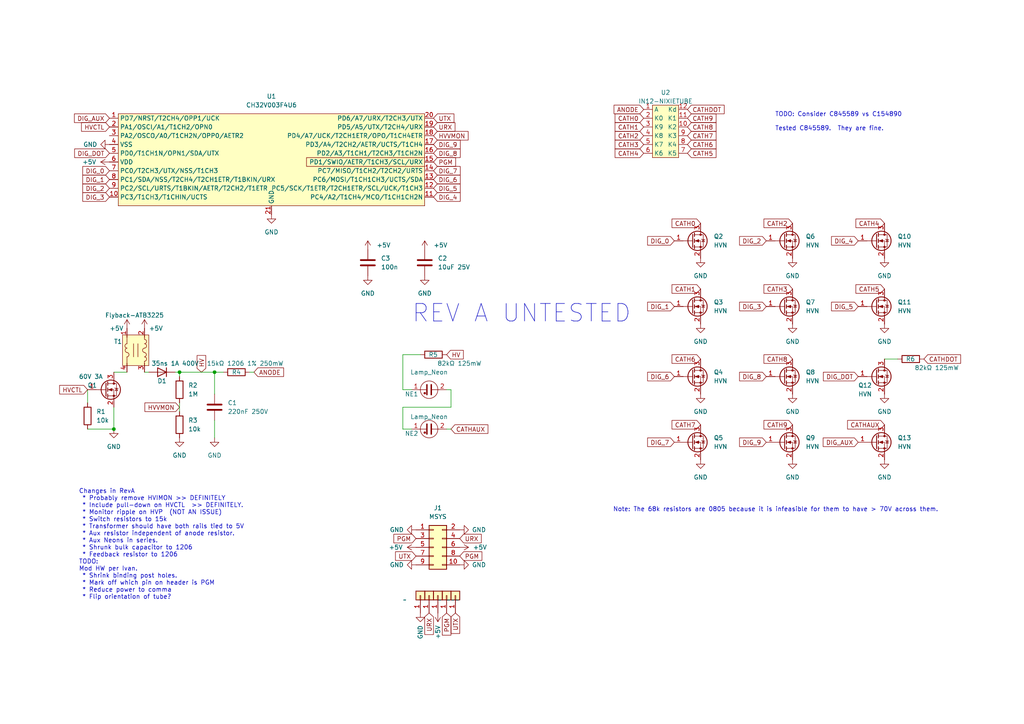
<source format=kicad_sch>
(kicad_sch (version 20211123) (generator eeschema)
  (paper "A4")
  (lib_symbols
    (symbol "CH32V003F4U6:CH32V003F4U6"
      (property "Reference" "U" (at 0 0 0))
      (property "Value" "CH32V003F4U6" (at 0 3.81 0))
      (symbol "CH32V003F4U6_0_1"
        (rectangle (start -44.45 12.7) (end 44.45 -13.97) (fill (type background)))
        (rectangle (start 10.16 0) (end 44.45 -2.54) (fill (type background)))
      )
      (symbol "CH32V003F4U6_1_1"
        (pin bidirectional line (at -46.99 11.43 0) (length 2.54) (name "PD7/NRST/T2CH4/OPP1/UCK") (number "1"))
        (pin bidirectional line (at -46.99 -11.43 0) (length 2.54) (name "PC3/T1CH3/T1CHIN/UCTS") (number "10"))
        (pin bidirectional line (at 46.99 -11.43 180) (length 2.54) (name "PC4/A2/T1CH4/MCO/T1CH1CH2N") (number "11"))
        (pin bidirectional line (at 46.99 -8.89 180) (length 2.54) (name "PC5/SCK/T1ETR/T2CH1ETR/SCL/UCK/T1CH3") (number "12"))
        (pin bidirectional line (at 46.99 -6.35 180) (length 2.54) (name "PC6/MOSI/T1CH1CH3/UCTS/SDA") (number "13"))
        (pin bidirectional line (at 46.99 -3.81 180) (length 2.54) (name "PC7/MISO/T1CH2/T2CH2/URTS") (number "14"))
        (pin bidirectional line (at 46.99 -1.27 180) (length 2.54) (name "PD1/SWIO/AETR/T1CH3/SCL/URX") (number "15"))
        (pin bidirectional line (at 46.99 1.27 180) (length 2.54) (name "PD2/A3/T1CH1/T2CH3/T1CH2N") (number "16"))
        (pin bidirectional line (at 46.99 3.81 180) (length 2.54) (name "PD3/A4/T2CH2/AETR/UCTS/T1CH4") (number "17"))
        (pin bidirectional line (at 46.99 6.35 180) (length 2.54) (name "PD4/A7/UCK/T2CH1ETR/OPO/T1CH4ETR") (number "18"))
        (pin bidirectional line (at 46.99 8.89 180) (length 2.54) (name "PD5/A5/UTX/T2CH4/URX") (number "19"))
        (pin bidirectional line (at -46.99 8.89 0) (length 2.54) (name "PA1/OSCI/A1/T1CH2/OPN0") (number "2"))
        (pin bidirectional line (at 46.99 11.43 180) (length 2.54) (name "PD6/A7/URX/T2CH3/UTX") (number "20"))
        (pin bidirectional line (at 0 -16.51 90) (length 2.54) (name "GND") (number "21"))
        (pin bidirectional line (at -46.99 6.35 0) (length 2.54) (name "PA2/OSCO/A0/T1CH2N/OPP0/AETR2") (number "3"))
        (pin bidirectional line (at -46.99 3.81 0) (length 2.54) (name "VSS") (number "4"))
        (pin bidirectional line (at -46.99 1.27 0) (length 2.54) (name "PD0/T1CH1N/OPN1/SDA/UTX") (number "5"))
        (pin bidirectional line (at -46.99 -1.27 0) (length 2.54) (name "VDD") (number "6"))
        (pin bidirectional line (at -46.99 -3.81 0) (length 2.54) (name "PC0/T2CH3/UTX/NSS/T1CH3") (number "7"))
        (pin bidirectional line (at -46.99 -6.35 0) (length 2.54) (name "PC1/SDA/NSS/T2CH4/T2CH1ETR/T1BKIN/URX") (number "8"))
        (pin bidirectional line (at -46.99 -8.89 0) (length 2.54) (name "PC2/SCL/URTS/T1BKIN/AETR/T2CH2/T1ETR") (number "9"))
      )
    )
    (symbol "Connector_Generic:Conn_01x01" (pin_names (offset 1.016) hide)
      (property "Reference" "J" (at 0 2.54 0))
      (property "Value" "Conn_01x01" (at 0 -2.54 0))
      (symbol "Conn_01x01_1_1"
        (rectangle (start -1.27 0.127) (end 0 -0.127) (stroke (width 0.1524)))
        (rectangle (start -1.27 1.27) (end 1.27 -1.27) (stroke (width 0.254)) (fill (type background)))
        (pin passive line (at -5.08 0 0) (length 3.81) (name "Pin_1") (number "1"))
      )
    )
    (symbol "Connector_Generic:Conn_02x05_Odd_Even" (pin_names (offset 1.016) hide)
      (property "Reference" "J" (at 1.27 7.62 0))
      (property "Value" "Conn_02x05_Odd_Even" (at 1.27 -7.62 0))
      (symbol "Conn_02x05_Odd_Even_1_1"
        (rectangle (start -1.27 -4.953) (end 0 -5.207) (stroke (width 0.1524)))
        (rectangle (start -1.27 -2.413) (end 0 -2.667) (stroke (width 0.1524)))
        (rectangle (start -1.27 0.127) (end 0 -0.127) (stroke (width 0.1524)))
        (rectangle (start -1.27 2.667) (end 0 2.413) (stroke (width 0.1524)))
        (rectangle (start -1.27 5.207) (end 0 4.953) (stroke (width 0.1524)))
        (rectangle (start -1.27 6.35) (end 3.81 -6.35) (stroke (width 0.254)) (fill (type background)))
        (rectangle (start 3.81 -4.953) (end 2.54 -5.207) (stroke (width 0.1524)))
        (rectangle (start 3.81 -2.413) (end 2.54 -2.667) (stroke (width 0.1524)))
        (rectangle (start 3.81 0.127) (end 2.54 -0.127) (stroke (width 0.1524)))
        (rectangle (start 3.81 2.667) (end 2.54 2.413) (stroke (width 0.1524)))
        (rectangle (start 3.81 5.207) (end 2.54 4.953) (stroke (width 0.1524)))
        (pin passive line (at -5.08 5.08 0) (length 3.81) (name "Pin_1") (number "1"))
        (pin passive line (at 7.62 -5.08 180) (length 3.81) (name "Pin_10") (number "10"))
        (pin passive line (at 7.62 5.08 180) (length 3.81) (name "Pin_2") (number "2"))
        (pin passive line (at -5.08 2.54 0) (length 3.81) (name "Pin_3") (number "3"))
        (pin passive line (at 7.62 2.54 180) (length 3.81) (name "Pin_4") (number "4"))
        (pin passive line (at -5.08 0 0) (length 3.81) (name "Pin_5") (number "5"))
        (pin passive line (at 7.62 0 180) (length 3.81) (name "Pin_6") (number "6"))
        (pin passive line (at -5.08 -2.54 0) (length 3.81) (name "Pin_7") (number "7"))
        (pin passive line (at 7.62 -2.54 180) (length 3.81) (name "Pin_8") (number "8"))
        (pin passive line (at -5.08 -5.08 0) (length 3.81) (name "Pin_9") (number "9"))
      )
    )
    (symbol "Device:C" (pin_numbers hide) (pin_names (offset 0.254))
      (property "Reference" "C" (at 0.635 2.54 0))
      (property "Value" "C" (at 0.635 -2.54 0))
      (symbol "C_0_1"
        (polyline (pts (xy -2.032 -0.762) (xy 2.032 -0.762)) (stroke (width 0.508)))
        (polyline (pts (xy -2.032 0.762) (xy 2.032 0.762)) (stroke (width 0.508)))
      )
      (symbol "C_1_1"
        (pin passive line (at 0 3.81 270) (length 2.794) (name "~") (number "1"))
        (pin passive line (at 0 -3.81 90) (length 2.794) (name "~") (number "2"))
      )
    )
    (symbol "Device:D" (pin_numbers hide) (pin_names (offset 1.016) hide)
      (property "Reference" "D" (at 0 2.54 0))
      (property "Value" "D" (at 0 -2.54 0))
      (symbol "D_0_1"
        (polyline (pts (xy -1.27 1.27) (xy -1.27 -1.27)) (stroke (width 0.254)))
        (polyline (pts (xy 1.27 0) (xy -1.27 0)))
        (polyline (pts (xy 1.27 1.27) (xy 1.27 -1.27) (xy -1.27 0) (xy 1.27 1.27)) (stroke (width 0.254)))
      )
      (symbol "D_1_1"
        (pin passive line (at -3.81 0 0) (length 2.54) (name "K") (number "1"))
        (pin passive line (at 3.81 0 180) (length 2.54) (name "A") (number "2"))
      )
    )
    (symbol "Device:Lamp_Neon" (pin_names (offset 0.0254) hide)
      (property "Reference" "NE" (at 0.635 3.81 0))
      (property "Value" "Lamp_Neon" (at 0.635 -3.81 0))
      (symbol "Lamp_Neon_0_1"
        (rectangle (start -1.524 -0.508) (end 1.524 -0.762) (fill (type outline)))
        (rectangle (start -1.524 0.762) (end 1.524 0.508) (fill (type outline)))
        (polyline (pts (xy 0 -2.54) (xy 0 -0.762)))
        (polyline (pts (xy 0 0.762) (xy 0 2.54)))
        (circle (center 0 0) (radius 2.54))
        (circle (center 1.016 -1.27) (radius 0.254) (fill (type outline)))
      )
      (symbol "Lamp_Neon_1_1"
        (pin passive line (at 0 -5.08 90) (length 2.54) (name "~") (number "1"))
        (pin passive line (at 0 5.08 270) (length 2.54) (name "~") (number "2"))
      )
    )
    (symbol "Device:Q_NMOS_GSD" (pin_names (offset 0) hide)
      (property "Reference" "Q" (at 5.08 1.27 0))
      (property "Value" "Q_NMOS_GSD" (at 5.08 -1.27 0))
      (symbol "Q_NMOS_GSD_0_1"
        (polyline (pts (xy 0.254 0) (xy -2.54 0)))
        (polyline (pts (xy 0.254 1.905) (xy 0.254 -1.905)) (stroke (width 0.254)))
        (polyline (pts (xy 0.762 -1.27) (xy 0.762 -2.286)) (stroke (width 0.254)))
        (polyline (pts (xy 0.762 0.508) (xy 0.762 -0.508)) (stroke (width 0.254)))
        (polyline (pts (xy 0.762 2.286) (xy 0.762 1.27)) (stroke (width 0.254)))
        (polyline (pts (xy 2.54 2.54) (xy 2.54 1.778)))
        (polyline (pts (xy 2.54 -2.54) (xy 2.54 0) (xy 0.762 0)))
        (polyline (pts (xy 0.762 -1.778) (xy 3.302 -1.778) (xy 3.302 1.778) (xy 0.762 1.778)))
        (polyline (pts (xy 1.016 0) (xy 2.032 0.381) (xy 2.032 -0.381) (xy 1.016 0)) (fill (type outline)))
        (polyline (pts (xy 2.794 0.508) (xy 2.921 0.381) (xy 3.683 0.381) (xy 3.81 0.254)))
        (polyline (pts (xy 3.302 0.381) (xy 2.921 -0.254) (xy 3.683 -0.254) (xy 3.302 0.381)))
        (circle (center 1.651 0) (radius 2.794) (stroke (width 0.254)))
        (circle (center 2.54 -1.778) (radius 0.254) (fill (type outline)))
        (circle (center 2.54 1.778) (radius 0.254) (fill (type outline)))
      )
      (symbol "Q_NMOS_GSD_1_1"
        (pin input line (at -5.08 0 0) (length 2.54) (name "G") (number "1"))
        (pin passive line (at 2.54 -5.08 90) (length 2.54) (name "S") (number "2"))
        (pin passive line (at 2.54 5.08 270) (length 2.54) (name "D") (number "3"))
      )
    )
    (symbol "Device:R" (pin_numbers hide) (pin_names (offset 0))
      (property "Reference" "R" (at 2.032 0 90))
      (property "Value" "R" (at 0 0 90))
      (symbol "R_0_1"
        (rectangle (start -1.016 -2.54) (end 1.016 2.54) (stroke (width 0.254)))
      )
      (symbol "R_1_1"
        (pin passive line (at 0 3.81 270) (length 1.27) (name "~") (number "1"))
        (pin passive line (at 0 -3.81 90) (length 1.27) (name "~") (number "2"))
      )
    )
    (symbol "Flyback-ATB3225:Flyback-ATB3225"
      (property "Reference" "T" (at 0 4.445 0))
      (property "Value" "Flyback-ATB3225" (at 0 -7.62 0))
      (symbol "Flyback-ATB3225_0_1"
        (rectangle (start -4.445 3.81) (end 4.445 -3.81) (fill (type background)))
        (arc (start -1.905 -2.54) (mid -1.27 -3.2097) (end -0.635 -2.54))
        (arc (start -1.905 2.54) (mid -2.54 3.2007) (end -3.175 2.54))
        (arc (start -0.635 -2.54) (mid 0 -3.292) (end 0.635 -2.54))
        (arc (start -0.635 2.54) (mid -1.27 3.2007) (end -1.905 2.54))
        (arc (start -0.635 2.54) (mid 0 1.9798) (end 0.635 2.54))
        (polyline (pts (xy -3.81 -2.54) (xy -1.905 -2.54)))
        (polyline (pts (xy -3.81 2.54) (xy -3.175 2.54)))
        (polyline (pts (xy -1.905 -0.635) (xy 1.905 -0.635)))
        (polyline (pts (xy 1.905 0.635) (xy -1.905 0.635)))
        (polyline (pts (xy 3.81 -2.54) (xy 1.905 -2.54)))
        (polyline (pts (xy 3.81 2.54) (xy 3.175 2.54)))
        (arc (start 1.905 -2.54) (mid 1.27 -1.9498) (end 0.635 -2.54))
        (arc (start 1.905 2.54) (mid 1.27 3.311) (end 0.635 2.54))
        (arc (start 3.175 2.54) (mid 2.54 3.2007) (end 1.905 2.54))
      )
      (symbol "Flyback-ATB3225_1_1"
        (pin bidirectional line (at -6.35 -2.54 0) (length 2.54) (name "") (number "1"))
        (pin bidirectional line (at -6.35 2.54 0) (length 2.54) (name "") (number "2"))
        (pin bidirectional line (at 6.35 2.54 180) (length 2.54) (name "") (number "3"))
        (pin bidirectional line (at 6.35 -2.54 180) (length 2.54) (name "") (number "4"))
      )
    )
    (symbol "IN12-NIXIETUBE:IN12-NIXIETUBE"
      (property "Reference" "U" (at 0 7.62 0))
      (property "Value" "IN12-NIXIETUBE" (at 0 -10.16 0))
      (symbol "IN12-NIXIETUBE_0_1"
        (rectangle (start -3.81 6.35) (end 3.81 -8.89) (stroke (width 0.1524)) (fill (type background)))
      )
      (symbol "IN12-NIXIETUBE_1_1"
        (pin input line (at -6.35 5.08 0) (length 2.54) (name "A") (number "1"))
        (pin input line (at 6.35 0 180) (length 2.54) (name "K2") (number "10"))
        (pin input line (at 6.35 2.54 180) (length 2.54) (name "K1") (number "11"))
        (pin input line (at 6.35 5.08 180) (length 2.54) (name "Kd") (number "12"))
        (pin input line (at -6.35 2.54 0) (length 2.54) (name "K0") (number "2"))
        (pin input line (at -6.35 0 0) (length 2.54) (name "K9") (number "3"))
        (pin input line (at -6.35 -2.54 0) (length 2.54) (name "K8") (number "4"))
        (pin input line (at -6.35 -5.08 0) (length 2.54) (name "K7") (number "5"))
        (pin input line (at -6.35 -7.62 0) (length 2.54) (name "K6") (number "6"))
        (pin input line (at 6.35 -7.62 180) (length 2.54) (name "K5") (number "7"))
        (pin input line (at 6.35 -5.08 180) (length 2.54) (name "K4") (number "8"))
        (pin input line (at 6.35 -2.54 180) (length 2.54) (name "K3") (number "9"))
      )
    )
    (symbol "power:+5V" (power) (pin_names (offset 0))
      (property "Value" "+5V" (at 0 3.556 0))
      (symbol "+5V_0_1"
        (polyline (pts (xy -0.762 1.27) (xy 0 2.54)))
        (polyline (pts (xy 0 0) (xy 0 2.54)))
        (polyline (pts (xy 0 2.54) (xy 0.762 1.27)))
      )
      (symbol "+5V_1_1"
        (pin power_in line (at 0 0 90) (length 0) hide (name "+5V") (number "1"))
      )
    )
    (symbol "power:GND" (power) (pin_names (offset 0))
      (property "Value" "GND" (at 0 -3.81 0))
      (symbol "GND_0_1"
        (polyline (pts (xy 0 0) (xy 0 -1.27) (xy 1.27 -1.27) (xy 0 -2.54) (xy -1.27 -1.27) (xy 0 -1.27)))
      )
      (symbol "GND_1_1"
        (pin power_in line (at 0 0 270) (length 0) hide (name "GND") (number "1"))
      )
    )
  )
  (junction (at 62.23 107.95))
  (junction (at 33.02 124.46))
  (junction (at 52.07 107.95))
  (wire (pts (xy 25.4 113.03) (xy 25.4 116.84)))
  (wire (pts (xy 52.07 109.22) (xy 52.07 107.95)))
  (wire (pts (xy 62.23 107.95) (xy 62.23 114.3)))
  (wire (pts (xy 256.54 104.14) (xy 260.35 104.14)))
  (wire (pts (xy 119.38 124.46) (xy 116.84 124.46)))
  (wire (pts (xy 43.18 107.95) (xy 41.91 107.95)))
  (wire (pts (xy 116.84 102.87) (xy 121.92 102.87)))
  (wire (pts (xy 33.02 107.95) (xy 36.83 107.95)))
  (wire (pts (xy 52.07 116.84) (xy 52.07 119.38)))
  (wire (pts (xy 62.23 107.95) (xy 64.77 107.95)))
  (wire (pts (xy 129.54 113.03) (xy 130.81 113.03)))
  (wire (pts (xy 130.81 113.03) (xy 130.81 118.11)))
  (wire (pts (xy 33.02 118.11) (xy 33.02 124.46)))
  (wire (pts (xy 130.81 118.11) (xy 116.84 118.11)))
  (wire (pts (xy 62.23 121.92) (xy 62.23 127)))
  (wire (pts (xy 25.4 124.46) (xy 33.02 124.46)))
  (wire (pts (xy 129.54 124.46) (xy 130.81 124.46)))
  (wire (pts (xy 116.84 113.03) (xy 119.38 113.03)))
  (wire (pts (xy 116.84 102.87) (xy 116.84 113.03)))
  (wire (pts (xy 73.66 107.95) (xy 72.39 107.95)))
  (wire (pts (xy 50.8 107.95) (xy 52.07 107.95)))
  (wire (pts (xy 52.07 107.95) (xy 62.23 107.95)))
  (wire (pts (xy 116.84 118.11) (xy 116.84 124.46)))
  (text "TODO: Consider C845589 vs C154890\n\nTested C845589.  They are fine." (at 224.79 38.1 0) (effects (font (size 1.27 1.27)) (justify left bottom)))
  (text "Changes in RevA\n * Probably remove HVIMON >> DEFINITELY\n * Include pull-down on HVCTL  >> DEFINITELY.\n * Monitor ripple on HVP  (NOT AN ISSUE)\n * Switch resistors to 15k\n * Transformer should have both rails tied to 5V \n * Aux resistor independent of anode resistor.\n * Aux Neons in series.\n * Shrunk bulk capacitor to 1206\n * Feedback resistor to 1206\nTODO:\nMod HW per Ivan.\n * Shrink binding post holes.\n * Mark off which pin on header is PGM\n * Reduce power to comma\n * Flip orientation of tube?" (at 22.86 173.99 0) (effects (font (size 1.27 1.27)) (justify left bottom)))
  (text "REV A UNTESTED" (at 119.38 93.98 0) (effects (font (size 5.08 5.08)) (justify left bottom)))
  (text "Note: The 68k resistors are 0805 because it is infeasible for them to have > 70V across them." (at 177.8 148.59 0) (effects (font (size 1.27 1.27)) (justify left bottom)))
  (global_label "DIG_1" (shape input) (at 31.75 52.07 180) (property "Intersheet References" "${INTERSHEET_REFS}" (effects hide)))
  (global_label "CATH8" (shape input) (at 199.39 36.83 0) (property "Intersheet References" "${INTERSHEET_REFS}" (effects hide)))
  (global_label "CATHAUX" (shape input) (at 130.81 124.46 0) (property "Intersheet References" "${INTERSHEET_REFS}" (effects hide)))
  (global_label "DIG_3" (shape input) (at 222.25 88.9 180) (property "Intersheet References" "${INTERSHEET_REFS}" (effects hide)))
  (global_label "CATH1" (shape input) (at 203.2 83.82 180) (property "Intersheet References" "${INTERSHEET_REFS}" (effects hide)))
  (global_label "CATH6" (shape input) (at 199.39 41.91 0) (property "Intersheet References" "${INTERSHEET_REFS}" (effects hide)))
  (global_label "CATHDOT" (shape input) (at 267.97 104.14 0) (property "Intersheet References" "${INTERSHEET_REFS}" (effects hide)))
  (global_label "DIG_0" (shape input) (at 195.58 69.85 180) (property "Intersheet References" "${INTERSHEET_REFS}" (effects hide)))
  (global_label "DIG_1" (shape input) (at 195.58 88.9 180) (property "Intersheet References" "${INTERSHEET_REFS}" (effects hide)))
  (global_label "DIG_5" (shape input) (at 248.92 88.9 180) (property "Intersheet References" "${INTERSHEET_REFS}" (effects hide)))
  (global_label "HV" (shape input) (at 129.54 102.87 0) (property "Intersheet References" "${INTERSHEET_REFS}" (effects hide)))
  (global_label "HVCTL" (shape input) (at 25.4 113.03 180) (property "Intersheet References" "${INTERSHEET_REFS}" (effects hide)))
  (global_label "CATH7" (shape input) (at 203.2 123.19 180) (property "Intersheet References" "${INTERSHEET_REFS}" (effects hide)))
  (global_label "DIG_7" (shape input) (at 125.73 49.53 0) (property "Intersheet References" "${INTERSHEET_REFS}" (effects hide)))
  (global_label "HVVMON" (shape input) (at 52.07 118.11 180) (property "Intersheet References" "${INTERSHEET_REFS}" (effects hide)))
  (global_label "DIG_7" (shape input) (at 195.58 128.27 180) (property "Intersheet References" "${INTERSHEET_REFS}" (effects hide)))
  (global_label "CATHAUX" (shape input) (at 256.54 123.19 180) (property "Intersheet References" "${INTERSHEET_REFS}" (effects hide)))
  (global_label "DIG_4" (shape input) (at 125.73 57.15 0) (property "Intersheet References" "${INTERSHEET_REFS}" (effects hide)))
  (global_label "URX" (shape input) (at 133.35 156.21 0) (property "Intersheet References" "${INTERSHEET_REFS}" (effects hide)))
  (global_label "HV" (shape input) (at 58.42 107.95 90) (property "Intersheet References" "${INTERSHEET_REFS}" (effects hide)))
  (global_label "CATH0" (shape input) (at 203.2 64.77 180) (property "Intersheet References" "${INTERSHEET_REFS}" (effects hide)))
  (global_label "CATH9" (shape input) (at 199.39 34.29 0) (property "Intersheet References" "${INTERSHEET_REFS}" (effects hide)))
  (global_label "DIG_9" (shape input) (at 222.25 128.27 180) (property "Intersheet References" "${INTERSHEET_REFS}" (effects hide)))
  (global_label "HVVMON" (shape input) (at 125.73 39.37 0) (property "Intersheet References" "${INTERSHEET_REFS}" (effects hide)))
  (global_label "DIG_AUX" (shape input) (at 248.92 128.27 180) (property "Intersheet References" "${INTERSHEET_REFS}" (effects hide)))
  (global_label "UTX" (shape input) (at 132.08 177.8 270) (property "Intersheet References" "${INTERSHEET_REFS}" (effects hide)))
  (global_label "DIG_8" (shape input) (at 125.73 44.45 0) (property "Intersheet References" "${INTERSHEET_REFS}" (effects hide)))
  (global_label "PGM" (shape input) (at 133.35 161.29 0) (property "Intersheet References" "${INTERSHEET_REFS}" (effects hide)))
  (global_label "DIG_3" (shape input) (at 31.75 57.15 180) (property "Intersheet References" "${INTERSHEET_REFS}" (effects hide)))
  (global_label "DIG_8" (shape input) (at 222.25 109.22 180) (property "Intersheet References" "${INTERSHEET_REFS}" (effects hide)))
  (global_label "DIG_2" (shape input) (at 31.75 54.61 180) (property "Intersheet References" "${INTERSHEET_REFS}" (effects hide)))
  (global_label "DIG_6" (shape input) (at 195.58 109.22 180) (property "Intersheet References" "${INTERSHEET_REFS}" (effects hide)))
  (global_label "CATH3" (shape input) (at 229.87 83.82 180) (property "Intersheet References" "${INTERSHEET_REFS}" (effects hide)))
  (global_label "CATHDOT" (shape input) (at 199.39 31.75 0) (property "Intersheet References" "${INTERSHEET_REFS}" (effects hide)))
  (global_label "PGM" (shape input) (at 120.65 156.21 180) (property "Intersheet References" "${INTERSHEET_REFS}" (effects hide)))
  (global_label "DIG_5" (shape input) (at 125.73 54.61 0) (property "Intersheet References" "${INTERSHEET_REFS}" (effects hide)))
  (global_label "ANODE" (shape input) (at 73.66 107.95 0) (property "Intersheet References" "${INTERSHEET_REFS}" (effects hide)))
  (global_label "CATH6" (shape input) (at 203.2 104.14 180) (property "Intersheet References" "${INTERSHEET_REFS}" (effects hide)))
  (global_label "PGM" (shape input) (at 129.54 177.8 270) (property "Intersheet References" "${INTERSHEET_REFS}" (effects hide)))
  (global_label "URX" (shape input) (at 124.46 177.8 270) (property "Intersheet References" "${INTERSHEET_REFS}" (effects hide)))
  (global_label "DIG_DOT" (shape input) (at 248.92 109.22 180) (property "Intersheet References" "${INTERSHEET_REFS}" (effects hide)))
  (global_label "DIG_4" (shape input) (at 248.92 69.85 180) (property "Intersheet References" "${INTERSHEET_REFS}" (effects hide)))
  (global_label "PGM" (shape input) (at 125.73 46.99 0) (property "Intersheet References" "${INTERSHEET_REFS}" (effects hide)))
  (global_label "UTX" (shape input) (at 120.65 161.29 180) (property "Intersheet References" "${INTERSHEET_REFS}" (effects hide)))
  (global_label "CATH2" (shape input) (at 229.87 64.77 180) (property "Intersheet References" "${INTERSHEET_REFS}" (effects hide)))
  (global_label "HVCTL" (shape input) (at 31.75 36.83 180) (property "Intersheet References" "${INTERSHEET_REFS}" (effects hide)))
  (global_label "CATH5" (shape input) (at 256.54 83.82 180) (property "Intersheet References" "${INTERSHEET_REFS}" (effects hide)))
  (global_label "CATH3" (shape input) (at 186.69 41.91 180) (property "Intersheet References" "${INTERSHEET_REFS}" (effects hide)))
  (global_label "DIG_DOT" (shape input) (at 31.75 44.45 180) (property "Intersheet References" "${INTERSHEET_REFS}" (effects hide)))
  (global_label "DIG_6" (shape input) (at 125.73 52.07 0) (property "Intersheet References" "${INTERSHEET_REFS}" (effects hide)))
  (global_label "CATH9" (shape input) (at 229.87 123.19 180) (property "Intersheet References" "${INTERSHEET_REFS}" (effects hide)))
  (global_label "CATH0" (shape input) (at 186.69 34.29 180) (property "Intersheet References" "${INTERSHEET_REFS}" (effects hide)))
  (global_label "CATH8" (shape input) (at 229.87 104.14 180) (property "Intersheet References" "${INTERSHEET_REFS}" (effects hide)))
  (global_label "DIG_AUX" (shape input) (at 31.75 34.29 180) (property "Intersheet References" "${INTERSHEET_REFS}" (effects hide)))
  (global_label "UTX" (shape input) (at 125.73 34.29 0) (property "Intersheet References" "${INTERSHEET_REFS}" (effects hide)))
  (global_label "URX" (shape input) (at 125.73 36.83 0) (property "Intersheet References" "${INTERSHEET_REFS}" (effects hide)))
  (global_label "CATH5" (shape input) (at 199.39 44.45 0) (property "Intersheet References" "${INTERSHEET_REFS}" (effects hide)))
  (global_label "CATH4" (shape input) (at 186.69 44.45 180) (property "Intersheet References" "${INTERSHEET_REFS}" (effects hide)))
  (global_label "CATH4" (shape input) (at 256.54 64.77 180) (property "Intersheet References" "${INTERSHEET_REFS}" (effects hide)))
  (global_label "ANODE" (shape input) (at 186.69 31.75 180) (property "Intersheet References" "${INTERSHEET_REFS}" (effects hide)))
  (global_label "CATH7" (shape input) (at 199.39 39.37 0) (property "Intersheet References" "${INTERSHEET_REFS}" (effects hide)))
  (global_label "DIG_2" (shape input) (at 222.25 69.85 180) (property "Intersheet References" "${INTERSHEET_REFS}" (effects hide)))
  (global_label "CATH1" (shape input) (at 186.69 36.83 180) (property "Intersheet References" "${INTERSHEET_REFS}" (effects hide)))
  (global_label "CATH2" (shape input) (at 186.69 39.37 180) (property "Intersheet References" "${INTERSHEET_REFS}" (effects hide)))
  (global_label "DIG_0" (shape input) (at 31.75 49.53 180) (property "Intersheet References" "${INTERSHEET_REFS}" (effects hide)))
  (global_label "DIG_9" (shape input) (at 125.73 41.91 0) (property "Intersheet References" "${INTERSHEET_REFS}" (effects hide)))
  (symbol (lib_id "Connector_Generic:Conn_01x01") (at 132.08 172.72 90) (unit 1)
    (property "Reference" "J6" (effects hide))
    (property "Value" "~" (at 116.84 173.9899 90) (effects (justify right)))
    (property "Footprint" "rawpad22:rawpad22" (effects hide))
  )
  (symbol (lib_id "power:GND") (at 256.54 114.3 0) (unit 1)
    (property "Reference" "#PWR0114" (effects hide))
    (property "Value" "GND" (at 256.54 119.38 0))
  )
  (symbol (lib_id "power:GND") (at 52.07 127 0) (unit 1)
    (property "Reference" "#PWR0101" (effects hide))
    (property "Value" "GND" (at 52.07 132.08 0))
  )
  (symbol (lib_id "power:GND") (at 229.87 133.35 0) (unit 1)
    (property "Reference" "#PWR0110" (effects hide))
    (property "Value" "GND" (at 229.87 138.43 0))
  )
  (symbol (lib_id "Device:Q_NMOS_GSD") (at 227.33 69.85 0) (unit 1)
    (property "Reference" "Q6" (at 233.68 68.5799 0) (effects (justify left)))
    (property "Value" "HVN" (at 233.68 71.1199 0) (effects (justify left)))
    (property "Footprint" "Package_TO_SOT_SMD:SOT-23" (effects hide))
    (property "LCSC" "C845589" (effects hide))
  )
  (symbol (lib_id "Device:Lamp_Neon") (at 124.46 124.46 270) (unit 1)
    (property "Reference" "NE2" (at 119.38 125.73 90))
    (property "Value" "Lamp_Neon" (at 124.46 120.8841 90))
    (property "Footprint" "neonglow:neonglow" (effects hide))
  )
  (symbol (lib_id "power:GND") (at 256.54 74.93 0) (unit 1)
    (property "Reference" "#PWR0118" (effects hide))
    (property "Value" "GND" (at 256.54 80.01 0))
  )
  (symbol (lib_id "Device:Q_NMOS_GSD") (at 254 128.27 0) (unit 1)
    (property "Reference" "Q13" (at 260.35 126.9999 0) (effects (justify left)))
    (property "Value" "HVN" (at 260.35 129.5399 0) (effects (justify left)))
    (property "Footprint" "Package_TO_SOT_SMD:SOT-23" (effects hide))
    (property "LCSC" "C845589" (effects hide))
  )
  (symbol (lib_id "Device:Q_NMOS_GSD") (at 254 109.22 0) (unit 1)
    (property "Reference" "Q12" (at 248.92 111.76 0) (effects (justify left)))
    (property "Value" "HVN" (at 248.92 114.3 0) (effects (justify left)))
    (property "Footprint" "Package_TO_SOT_SMD:SOT-23" (effects hide))
    (property "LCSC" "C845589" (effects hide))
  )
  (symbol (lib_id "Device:C") (at 62.23 118.11 0) (unit 1)
    (property "Reference" "C1" (at 66.04 116.8399 0) (effects (justify left)))
    (property "Value" "220nF 250V" (at 66.04 119.3799 0) (effects (justify left)))
    (property "Footprint" "Capacitor_SMD:C_1206_3216Metric" (effects hide))
    (property "LCSC" "C377089" (effects hide))
  )
  (symbol (lib_id "power:GND") (at 106.68 80.01 0) (unit 1)
    (property "Reference" "#PWR0129" (effects hide))
    (property "Value" "GND" (at 106.68 85.09 0))
  )
  (symbol (lib_id "Device:Q_NMOS_GSD") (at 200.66 69.85 0) (unit 1)
    (property "Reference" "Q2" (at 207.01 68.5799 0) (effects (justify left)))
    (property "Value" "HVN" (at 207.01 71.1199 0) (effects (justify left)))
    (property "Footprint" "Package_TO_SOT_SMD:SOT-23" (effects hide))
    (property "LCSC" "C845589" (effects hide))
  )
  (symbol (lib_id "Device:R") (at 68.58 107.95 90) (unit 1)
    (property "Reference" "R4" (at 68.58 107.95 90))
    (property "Value" "15kΩ 1206 1% 250mW" (at 71.12 105.41 90))
    (property "Footprint" "Resistor_SMD:R_1206_3216Metric" (effects hide))
    (property "LCSC" "C114932" (effects hide))
  )
  (symbol (lib_id "power:GND") (at 256.54 133.35 0) (unit 1)
    (property "Reference" "#PWR0115" (effects hide))
    (property "Value" "GND" (at 256.54 138.43 0))
  )
  (symbol (lib_id "power:GND") (at 78.74 62.23 0) (unit 1)
    (property "Reference" "#PWR0108" (effects hide))
    (property "Value" "GND" (at 78.74 67.31 0))
  )
  (symbol (lib_id "power:GND") (at 203.2 114.3 0) (unit 1)
    (property "Reference" "#PWR0112" (effects hide))
    (property "Value" "GND" (at 203.2 119.38 0))
  )
  (symbol (lib_id "Connector_Generic:Conn_01x01") (at 121.92 172.72 90) (unit 1)
    (property "Reference" "J2" (effects hide))
    (property "Value" "~" (at 129.54 173.9899 90) (effects (justify right)))
    (property "Footprint" "rawpad22:rawpad22" (effects hide))
  )
  (symbol (lib_id "Device:Q_NMOS_GSD") (at 254 69.85 0) (unit 1)
    (property "Reference" "Q10" (at 260.35 68.5799 0) (effects (justify left)))
    (property "Value" "HVN" (at 260.35 71.1199 0) (effects (justify left)))
    (property "Footprint" "Package_TO_SOT_SMD:SOT-23" (effects hide))
    (property "LCSC" "C845589" (effects hide))
  )
  (symbol (lib_id "power:+5V") (at 41.91 95.25 0) (unit 1)
    (property "Reference" "#PWR0104" (effects hide))
    (property "Value" "+5V" (at 43.18 95.25 0) (effects (justify left)))
  )
  (symbol (lib_id "Device:R") (at 264.16 104.14 270) (unit 1)
    (property "Reference" "R6" (at 265.43 104.14 90) (effects (justify right)))
    (property "Value" "82kΩ 125mW" (at 278.13 106.68 90) (effects (justify right)))
    (property "Footprint" "Resistor_SMD:R_0805_2012Metric" (effects hide))
    (property "LCSC" "C136904" (effects hide))
  )
  (symbol (lib_id "Device:Q_NMOS_GSD") (at 30.48 113.03 0) (unit 1)
    (property "Reference" "Q1" (at 25.4 111.76 0) (effects (justify left)))
    (property "Value" "60V 3A" (at 22.86 109.22 0) (effects (justify left)))
    (property "Footprint" "Package_TO_SOT_SMD:SOT-23" (effects hide))
    (property "LCSC" "C2938374" (effects hide))
  )
  (symbol (lib_id "power:GND") (at 31.75 41.91 270) (unit 1)
    (property "Reference" "#PWR0107" (effects hide))
    (property "Value" "GND" (at 24.13 41.91 90) (effects (justify left)))
  )
  (symbol (lib_id "power:GND") (at 229.87 74.93 0) (unit 1)
    (property "Reference" "#PWR0119" (effects hide))
    (property "Value" "GND" (at 229.87 80.01 0))
  )
  (symbol (lib_id "Connector_Generic:Conn_01x01") (at 124.46 172.72 90) (unit 1)
    (property "Reference" "J4" (effects hide))
    (property "Value" "~" (at 127 173.9899 90) (effects (justify right)))
    (property "Footprint" "rawpad22:rawpad22" (effects hide))
  )
  (symbol (lib_id "Device:Lamp_Neon") (at 124.46 113.03 270) (unit 1)
    (property "Reference" "NE1" (at 119.38 114.3 90))
    (property "Value" "Lamp_Neon" (at 124.46 107.95 90))
    (property "Footprint" "neonglow:neonglow" (effects hide))
  )
  (symbol (lib_id "CH32V003F4U6:CH32V003F4U6") (at 78.74 45.72 0) (unit 1)
    (property "Reference" "U1" (at 78.74 27.94 0))
    (property "Value" "CH32V003F4U6" (at 78.74 30.48 0))
    (property "Footprint" "Package_DFN_QFN:QFN-20-1EP_3x3mm_P0.4mm_EP1.65x1.65mm" (effects hide))
    (property "LCSC" "C5299908" (effects hide))
  )
  (symbol (lib_id "Device:R") (at 25.4 120.65 180) (unit 1)
    (property "Reference" "R1" (at 27.94 119.3799 0) (effects (justify right)))
    (property "Value" "10k" (at 27.94 121.9199 0) (effects (justify right)))
    (property "Footprint" "Resistor_SMD:R_0402_1005Metric" (effects hide))
    (property "LCSC" "C25744" (effects hide))
  )
  (symbol (lib_id "Device:R") (at 52.07 113.03 180) (unit 1)
    (property "Reference" "R2" (at 54.61 111.7599 0) (effects (justify right)))
    (property "Value" "1M" (at 54.61 114.2999 0) (effects (justify right)))
    (property "Footprint" "Resistor_SMD:R_1206_3216Metric" (effects hide))
    (property "LCSC" "C108083" (effects hide))
  )
  (symbol (lib_id "Device:Q_NMOS_GSD") (at 254 88.9 0) (unit 1)
    (property "Reference" "Q11" (at 260.35 87.6299 0) (effects (justify left)))
    (property "Value" "HVN" (at 260.35 90.1699 0) (effects (justify left)))
    (property "Footprint" "Package_TO_SOT_SMD:SOT-23" (effects hide))
    (property "LCSC" "C845589" (effects hide))
  )
  (symbol (lib_id "power:GND") (at 133.35 163.83 90) (unit 1)
    (property "Reference" "#PWR0127" (effects hide))
    (property "Value" "GND" (at 140.97 163.83 90) (effects (justify left)))
  )
  (symbol (lib_id "power:+5V") (at 123.19 72.39 0) (unit 1)
    (property "Reference" "#PWR0122" (effects hide))
    (property "Value" "+5V" (at 125.73 71.1199 0) (effects (justify left)))
  )
  (symbol (lib_id "power:GND") (at 203.2 74.93 0) (unit 1)
    (property "Reference" "#PWR0120" (effects hide))
    (property "Value" "GND" (at 203.2 80.01 0))
  )
  (symbol (lib_id "power:+5V") (at 120.65 158.75 90) (unit 1)
    (property "Reference" "#PWR0123" (effects hide))
    (property "Value" "+5V" (at 116.84 158.7499 90) (effects (justify left)))
  )
  (symbol (lib_id "power:GND") (at 203.2 93.98 0) (unit 1)
    (property "Reference" "#PWR0113" (effects hide))
    (property "Value" "GND" (at 203.2 99.06 0))
  )
  (symbol (lib_id "power:+5V") (at 127 177.8 180) (unit 1)
    (property "Reference" "#PWR0131" (effects hide))
    (property "Value" "+5V" (at 127 185.42 90) (effects (justify right)))
  )
  (symbol (lib_id "power:GND") (at 121.92 177.8 0) (unit 1)
    (property "Reference" "#PWR0134" (effects hide))
    (property "Value" "GND" (at 121.92 185.42 90) (effects (justify left)))
  )
  (symbol (lib_id "power:GND") (at 120.65 163.83 270) (unit 1)
    (property "Reference" "#PWR0125" (effects hide))
    (property "Value" "GND" (at 113.03 163.83 90) (effects (justify left)))
  )
  (symbol (lib_id "Device:Q_NMOS_GSD") (at 200.66 88.9 0) (unit 1)
    (property "Reference" "Q3" (at 207.01 87.6299 0) (effects (justify left)))
    (property "Value" "HVN" (at 207.01 90.1699 0) (effects (justify left)))
    (property "Footprint" "Package_TO_SOT_SMD:SOT-23" (effects hide))
    (property "LCSC" "C845589" (effects hide))
  )
  (symbol (lib_id "Connector_Generic:Conn_01x01") (at 127 172.72 90) (unit 1)
    (property "Reference" "J3" (effects hide))
    (property "Value" "~" (at 130.81 173.9899 90) (effects (justify right)))
    (property "Footprint" "rawpad22:rawpad22" (effects hide))
  )
  (symbol (lib_id "Device:Q_NMOS_GSD") (at 200.66 128.27 0) (unit 1)
    (property "Reference" "Q5" (at 207.01 126.9999 0) (effects (justify left)))
    (property "Value" "HVN" (at 207.01 129.5399 0) (effects (justify left)))
    (property "Footprint" "Package_TO_SOT_SMD:SOT-23" (effects hide))
    (property "LCSC" "C845589" (effects hide))
  )
  (symbol (lib_id "power:+5V") (at 133.35 158.75 270) (unit 1)
    (property "Reference" "#PWR0128" (effects hide))
    (property "Value" "+5V" (at 137.16 158.7499 90) (effects (justify left)))
  )
  (symbol (lib_id "Device:Q_NMOS_GSD") (at 200.66 109.22 0) (unit 1)
    (property "Reference" "Q4" (at 207.01 107.9499 0) (effects (justify left)))
    (property "Value" "HVN" (at 207.01 110.4899 0) (effects (justify left)))
    (property "Footprint" "Package_TO_SOT_SMD:SOT-23" (effects hide))
    (property "LCSC" "C845589" (effects hide))
  )
  (symbol (lib_id "Device:Q_NMOS_GSD") (at 227.33 109.22 0) (unit 1)
    (property "Reference" "Q8" (at 233.68 107.9499 0) (effects (justify left)))
    (property "Value" "HVN" (at 233.68 110.4899 0) (effects (justify left)))
    (property "Footprint" "Package_TO_SOT_SMD:SOT-23" (effects hide))
    (property "LCSC" "C845589" (effects hide))
  )
  (symbol (lib_id "power:GND") (at 133.35 153.67 90) (unit 1)
    (property "Reference" "#PWR0126" (effects hide))
    (property "Value" "GND" (at 140.97 153.67 90) (effects (justify left)))
  )
  (symbol (lib_id "Device:Q_NMOS_GSD") (at 227.33 128.27 0) (unit 1)
    (property "Reference" "Q9" (at 233.68 126.9999 0) (effects (justify left)))
    (property "Value" "HVN" (at 233.68 129.5399 0) (effects (justify left)))
    (property "Footprint" "Package_TO_SOT_SMD:SOT-23" (effects hide))
    (property "LCSC" "C845589" (effects hide))
  )
  (symbol (lib_id "Device:C") (at 106.68 76.2 0) (unit 1)
    (property "Reference" "C3" (at 110.49 74.9299 0) (effects (justify left)))
    (property "Value" "100n" (at 110.49 77.4699 0) (effects (justify left)))
    (property "Footprint" "Capacitor_SMD:C_0402_1005Metric" (effects hide))
    (property "LCSC" "C1525" (effects hide))
  )
  (symbol (lib_id "power:+5V") (at 36.83 95.25 0) (unit 1)
    (property "Reference" "#PWR0103" (effects hide))
    (property "Value" "+5V" (at 31.75 95.25 0) (effects (justify left)))
  )
  (symbol (lib_id "Device:C") (at 123.19 76.2 0) (unit 1)
    (property "Reference" "C2" (at 127 74.9299 0) (effects (justify left)))
    (property "Value" "10uF 25V" (at 127 77.4699 0) (effects (justify left)))
    (property "Footprint" "Capacitor_SMD:C_0603_1608Metric" (effects hide))
    (property "LCSC" "C96446" (effects hide))
  )
  (symbol (lib_id "Device:D") (at 46.99 107.95 180) (unit 1)
    (property "Reference" "D1" (at 46.99 110.49 0))
    (property "Value" "35ns 1A 400V" (at 50.8 105.41 0))
    (property "Footprint" "Diode_SMD:D_SOD-123F" (effects hide))
    (property "LCSC" "C128697" (effects hide))
  )
  (symbol (lib_id "power:GND") (at 120.65 153.67 270) (unit 1)
    (property "Reference" "#PWR0124" (effects hide))
    (property "Value" "GND" (at 113.03 153.67 90) (effects (justify left)))
  )
  (symbol (lib_id "power:GND") (at 33.02 124.46 0) (unit 1)
    (property "Reference" "#PWR0105" (effects hide))
    (property "Value" "GND" (at 33.02 129.54 0))
  )
  (symbol (lib_id "power:GND") (at 229.87 114.3 0) (unit 1)
    (property "Reference" "#PWR0109" (effects hide))
    (property "Value" "GND" (at 229.87 119.38 0))
  )
  (symbol (lib_id "power:+5V") (at 31.75 46.99 90) (unit 1)
    (property "Reference" "#PWR0106" (effects hide))
    (property "Value" "+5V" (at 27.94 46.9899 90) (effects (justify left)))
  )
  (symbol (lib_id "Device:Q_NMOS_GSD") (at 227.33 88.9 0) (unit 1)
    (property "Reference" "Q7" (at 233.68 87.6299 0) (effects (justify left)))
    (property "Value" "HVN" (at 233.68 90.1699 0) (effects (justify left)))
    (property "Footprint" "Package_TO_SOT_SMD:SOT-23" (effects hide))
    (property "LCSC" "C845589" (effects hide))
  )
  (symbol (lib_id "power:GND") (at 123.19 80.01 0) (unit 1)
    (property "Reference" "#PWR0121" (effects hide))
    (property "Value" "GND" (at 123.19 85.09 0))
  )
  (symbol (lib_id "power:GND") (at 256.54 93.98 0) (unit 1)
    (property "Reference" "#PWR0117" (effects hide))
    (property "Value" "GND" (at 256.54 99.06 0))
  )
  (symbol (lib_id "power:+5V") (at 106.68 72.39 0) (unit 1)
    (property "Reference" "#PWR0130" (effects hide))
    (property "Value" "+5V" (at 109.22 71.1199 0) (effects (justify left)))
  )
  (symbol (lib_id "power:GND") (at 203.2 133.35 0) (unit 1)
    (property "Reference" "#PWR0111" (effects hide))
    (property "Value" "GND" (at 203.2 138.43 0))
  )
  (symbol (lib_id "power:GND") (at 62.23 127 0) (unit 1)
    (property "Reference" "#PWR0102" (effects hide))
    (property "Value" "GND" (at 62.23 132.08 0))
  )
  (symbol (lib_id "power:GND") (at 229.87 93.98 0) (unit 1)
    (property "Reference" "#PWR0116" (effects hide))
    (property "Value" "GND" (at 229.87 99.06 0))
  )
  (symbol (lib_id "Flyback-ATB3225:Flyback-ATB3225") (at 39.37 101.6 270) (unit 1)
    (property "Reference" "T1" (at 33.02 99.06 90) (effects (justify left)))
    (property "Value" "Flyback-ATB3225" (at 30.48 91.44 90) (effects (justify left)))
    (property "Footprint" "Flyback-ATB3225:Flyback-ATB3225" (effects hide))
    (property "LCSC" "C415291" (effects hide))
  )
  (symbol (lib_id "Connector_Generic:Conn_01x01") (at 129.54 172.72 90) (unit 1)
    (property "Reference" "J5" (effects hide))
    (property "Value" "~" (at 132.08 173.9899 90) (effects (justify right)))
    (property "Footprint" "rawpad22:rawpad22" (effects hide))
  )
  (symbol (lib_id "Device:R") (at 125.73 102.87 270) (unit 1)
    (property "Reference" "R5" (at 127 102.87 90) (effects (justify right)))
    (property "Value" "82kΩ 125mW" (at 139.7 105.41 90) (effects (justify right)))
    (property "Footprint" "Resistor_SMD:R_0805_2012Metric" (effects hide))
    (property "LCSC" "C136904" (effects hide))
  )
  (symbol (lib_id "Device:R") (at 52.07 123.19 180) (unit 1)
    (property "Reference" "R3" (at 54.61 121.9199 0) (effects (justify right)))
    (property "Value" "10k" (at 54.61 124.4599 0) (effects (justify right)))
    (property "Footprint" "Resistor_SMD:R_0402_1005Metric" (effects hide))
    (property "LCSC" "C25744" (effects hide))
  )
  (symbol (lib_id "Connector_Generic:Conn_02x05_Odd_Even") (at 125.73 158.75 0) (unit 1)
    (property "Reference" "J1" (at 127 147.32 0))
    (property "Value" "MSYS" (at 127 149.86 0))
    (property "Footprint" "Connector_PinHeader_2.54mm:PinHeader_2x05_P2.54mm_Horizontal" (effects hide))
    (property "LCSC" "C239336" (effects hide))
  )
  (symbol (lib_id "IN12-NIXIETUBE:IN12-NIXIETUBE") (at 193.04 36.83 0) (unit 1)
    (property "Reference" "U2" (at 193.04 26.831 0))
    (property "Value" "IN12-NIXIETUBE" (at 193.04 29.3679 0))
    (property "Footprint" "IN12-NIXIE:IN12-NIXIE" (effects hide))
  )
)
</source>
